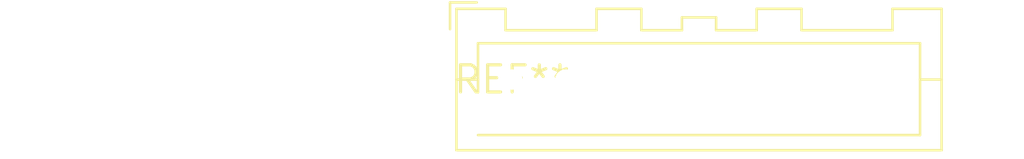
<source format=kicad_pcb>
(kicad_pcb (version 20240108) (generator pcbnew)
  (layers (0 "F.Cu" signal) (31 "B.Cu" signal) (34 "B.Paste" user) (35 "F.Paste" user) (36 "B.SilkS" user "B.Silkscreen") (37 "F.SilkS" user "F.Silkscreen") (38 "B.Mask" user) (39 "F.Mask" user) (44 "Edge.Cuts" user))
  (net 0 "")
  (footprint "JST_XA_B08B-XASK-1-A_1x08_P2.50mm_Vertical" (layer "F.Cu") (at 0 0)
    (property "Reference" "REF**")
    (property "Value" "JST_XA_B08B-XASK-1-A_1x08_P2.50mm_Vertical")
    (fp_line (start -2.91 -3.61) (end -2.91 -2.36) (layer "F.SilkS") (stroke (width 0.12)))
    (fp_line (start -2.61 -3.31) (end -2.61 3.31) (layer "F.SilkS") (stroke (width 0.12)))
    (fp_line (start -2.61 0) (end -1.6 0) (layer "F.SilkS") (stroke (width 0.12)))
    (fp_line (start -2.61 3.31) (end 20.11 3.31) (layer "F.SilkS") (stroke (width 0.12)))
    (fp_line (start -1.66 -3.61) (end -2.91 -3.61) (layer "F.SilkS") (stroke (width 0.12)))
    (fp_line (start -1.6 -1.7) (end 19.1 -1.7) (layer "F.SilkS") (stroke (width 0.12)))
    (fp_line (start -1.6 0.6) (end -1.6 -1.7) (layer "F.SilkS") (stroke (width 0.12)))
    (fp_line (start -0.31 -3.31) (end -2.61 -3.31) (layer "F.SilkS") (stroke (width 0.12)))
    (fp_line (start -0.31 -2.31) (end -0.31 -3.31) (layer "F.SilkS") (stroke (width 0.12)))
    (fp_line (start 3.95 -3.31) (end 3.95 -2.31) (layer "F.SilkS") (stroke (width 0.12)))
    (fp_line (start 3.95 -2.31) (end -0.31 -2.31) (layer "F.SilkS") (stroke (width 0.12)))
    (fp_line (start 6.05 -3.31) (end 3.95 -3.31) (layer "F.SilkS") (stroke (width 0.12)))
    (fp_line (start 6.05 -2.31) (end 6.05 -3.31) (layer "F.SilkS") (stroke (width 0.12)))
    (fp_line (start 7.95 -2.91) (end 7.95 -2.31) (layer "F.SilkS") (stroke (width 0.12)))
    (fp_line (start 7.95 -2.31) (end 6.05 -2.31) (layer "F.SilkS") (stroke (width 0.12)))
    (fp_line (start 9.55 -2.91) (end 7.95 -2.91) (layer "F.SilkS") (stroke (width 0.12)))
    (fp_line (start 9.55 -2.31) (end 9.55 -2.91) (layer "F.SilkS") (stroke (width 0.12)))
    (fp_line (start 11.45 -3.31) (end 11.45 -2.31) (layer "F.SilkS") (stroke (width 0.12)))
    (fp_line (start 11.45 -2.31) (end 9.55 -2.31) (layer "F.SilkS") (stroke (width 0.12)))
    (fp_line (start 13.55 -3.31) (end 11.45 -3.31) (layer "F.SilkS") (stroke (width 0.12)))
    (fp_line (start 13.55 -2.31) (end 13.55 -3.31) (layer "F.SilkS") (stroke (width 0.12)))
    (fp_line (start 17.81 -3.31) (end 17.81 -2.31) (layer "F.SilkS") (stroke (width 0.12)))
    (fp_line (start 17.81 -2.31) (end 13.55 -2.31) (layer "F.SilkS") (stroke (width 0.12)))
    (fp_line (start 19.1 -1.7) (end 19.1 2.6) (layer "F.SilkS") (stroke (width 0.12)))
    (fp_line (start 19.1 2.6) (end -1.6 2.6) (layer "F.SilkS") (stroke (width 0.12)))
    (fp_line (start 20.11 -3.31) (end 17.81 -3.31) (layer "F.SilkS") (stroke (width 0.12)))
    (fp_line (start 20.11 0) (end 19.1 0) (layer "F.SilkS") (stroke (width 0.12)))
    (fp_line (start 20.11 3.31) (end 20.11 -3.31) (layer "F.SilkS") (stroke (width 0.12)))
    (pad "" np_thru_hole circle (at -1.6 1.6) (size 1.25 1.25) (drill 1.25) (layers *.Cu *.Mask))
    (pad "1" thru_hole roundrect (at 0 0) (size 1.7 1.95) (drill 0.95) (layers *.Cu *.Mask) (remove_unused_layers) (roundrect_rratio 0.147059))
    (pad "2" thru_hole oval (at 2.5 0) (size 1.7 1.95) (drill 0.95) (layers *.Cu *.Mask) (remove_unused_layers))
    (pad "3" thru_hole oval (at 5 0) (size 1.7 1.95) (drill 0.95) (layers *.Cu *.Mask) (remove_unused_layers))
    (pad "4" thru_hole oval (at 7.5 0) (size 1.7 1.95) (drill 0.95) (layers *.Cu *.Mask) (remove_unused_layers))
    (pad "5" thru_hole oval (at 10 0) (size 1.7 1.95) (drill 0.95) (layers *.Cu *.Mask) (remove_unused_layers))
    (pad "6" thru_hole oval (at 12.5 0) (size 1.7 1.95) (drill 0.95) (layers *.Cu *.Mask) (remove_unused_layers))
    (pad "7" thru_hole oval (at 15 0) (size 1.7 1.95) (drill 0.95) (layers *.Cu *.Mask) (remove_unused_layers))
    (pad "8" thru_hole oval (at 17.5 0) (size 1.7 1.95) (drill 0.95) (layers *.Cu *.Mask) (remove_unused_layers))
  )
)
</source>
